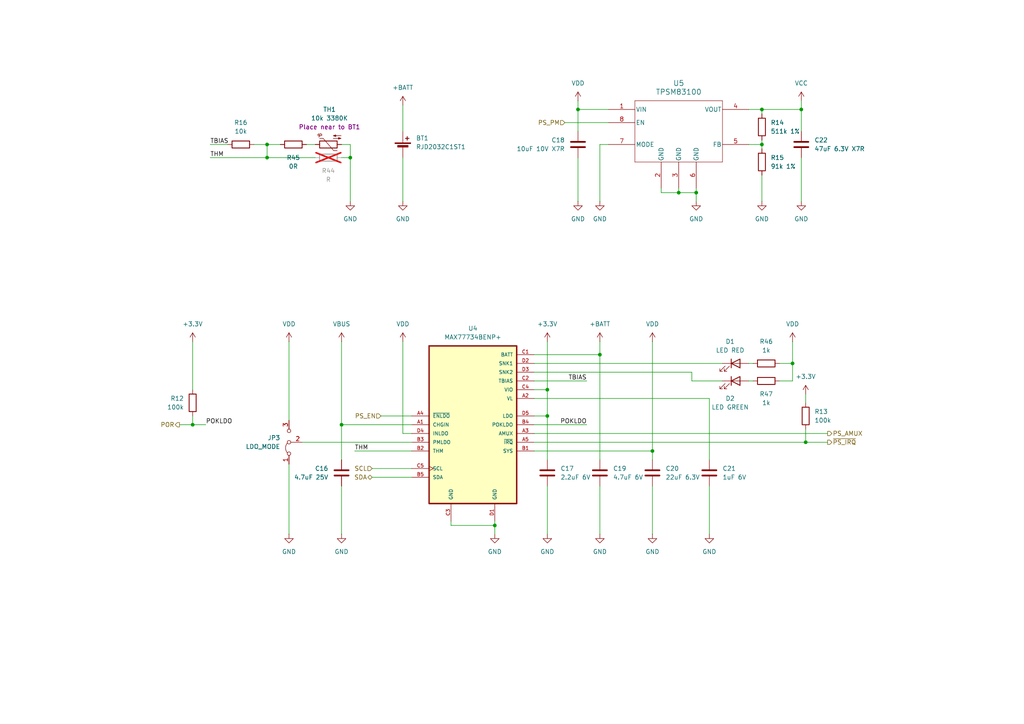
<source format=kicad_sch>
(kicad_sch (version 20231120) (generator "eeschema") (generator_version "8.0")
  (paper "A4")
  (title_block (title "CircuIT Card") (date "2024-05-21") (rev "01") (company "TuX's Design"))
  (lib_symbols
    (symbol "Device:Battery_Cell" (pin_numbers hide) (pin_names (offset 0) hide)
      (property "Reference" "BT" (at 2.54 2.54 0))
      (property "Value" "Battery_Cell" (at 2.54 0 0))
      (symbol "Battery_Cell_0_1"
        (rectangle (start -2.286 1.778) (end 2.286 1.524) (fill (type outline)))
        (rectangle (start -1.524 1.016) (end 1.524 0.508) (fill (type outline)))
        (polyline (pts (xy 0 0.762) (xy 0 0)))
        (polyline (pts (xy 0 1.778) (xy 0 2.54)))
        (polyline (pts (xy 0.762 3.048) (xy 1.778 3.048)) (stroke (width 0.254)))
        (polyline (pts (xy 1.27 3.556) (xy 1.27 2.54)) (stroke (width 0.254)))
      )
      (symbol "Battery_Cell_1_1"
        (pin passive line (at 0 5.08 270) (length 2.54) (name "+") (number "1"))
        (pin passive line (at 0 -2.54 90) (length 2.54) (name "-") (number "2"))
      )
    )
    (symbol "Device:C" (pin_numbers hide) (pin_names (offset 0.254))
      (property "Reference" "C" (at 0.635 2.54 0))
      (property "Value" "C" (at 0.635 -2.54 0))
      (symbol "C_0_1"
        (polyline (pts (xy -2.032 -0.762) (xy 2.032 -0.762)) (stroke (width 0.508)))
        (polyline (pts (xy -2.032 0.762) (xy 2.032 0.762)) (stroke (width 0.508)))
      )
      (symbol "C_1_1"
        (pin passive line (at 0 3.81 270) (length 2.794) (name "~") (number "1"))
        (pin passive line (at 0 -3.81 90) (length 2.794) (name "~") (number "2"))
      )
    )
    (symbol "Device:LED" (pin_numbers hide) (pin_names (offset 1.016) hide)
      (property "Reference" "D" (at 0 2.54 0))
      (property "Value" "LED" (at 0 -2.54 0))
      (symbol "LED_0_1"
        (polyline (pts (xy -1.27 -1.27) (xy -1.27 1.27)) (stroke (width 0.254)))
        (polyline (pts (xy -1.27 0) (xy 1.27 0)))
        (polyline (pts (xy 1.27 -1.27) (xy 1.27 1.27) (xy -1.27 0) (xy 1.27 -1.27)) (stroke (width 0.254)))
        (polyline (pts (xy -3.048 -0.762) (xy -4.572 -2.286) (xy -3.81 -2.286) (xy -4.572 -2.286) (xy -4.572 -1.524)))
        (polyline (pts (xy -1.778 -0.762) (xy -3.302 -2.286) (xy -2.54 -2.286) (xy -3.302 -2.286) (xy -3.302 -1.524)))
      )
      (symbol "LED_1_1"
        (pin passive line (at -3.81 0 0) (length 2.54) (name "K") (number "1"))
        (pin passive line (at 3.81 0 180) (length 2.54) (name "A") (number "2"))
      )
    )
    (symbol "Device:R" (pin_numbers hide) (pin_names (offset 0))
      (property "Reference" "R" (at 2.032 0 90))
      (property "Value" "R" (at 0 0 90))
      (symbol "R_0_1"
        (rectangle (start -1.016 -2.54) (end 1.016 2.54) (stroke (width 0.254)))
      )
      (symbol "R_1_1"
        (pin passive line (at 0 3.81 270) (length 1.27) (name "~") (number "1"))
        (pin passive line (at 0 -3.81 90) (length 1.27) (name "~") (number "2"))
      )
    )
    (symbol "Device:Thermistor_NTC" (pin_numbers hide) (pin_names (offset 0))
      (property "Reference" "TH" (at -4.445 0 90))
      (property "Value" "Thermistor_NTC" (at 3.175 0 90))
      (symbol "Thermistor_NTC_0_1"
        (arc (start -3.048 2.159) (mid -3.0495 2.3143) (end -3.175 2.413))
        (arc (start -3.048 2.159) (mid -2.9736 1.9794) (end -2.794 1.905))
        (arc (start -3.048 2.794) (mid -2.9736 2.6144) (end -2.794 2.54))
        (arc (start -2.794 1.905) (mid -2.6144 1.9794) (end -2.54 2.159))
        (arc (start -2.794 2.54) (mid -2.4393 2.5587) (end -2.159 2.794))
        (arc (start -2.794 3.048) (mid -2.9736 2.9736) (end -3.048 2.794))
        (arc (start -2.54 2.794) (mid -2.6144 2.9736) (end -2.794 3.048))
        (rectangle (start -1.016 2.54) (end 1.016 -2.54) (stroke (width 0.254)))
        (polyline (pts (xy -2.54 2.159) (xy -2.54 2.794)))
        (polyline (pts (xy -1.778 2.54) (xy -1.778 1.524) (xy 1.778 -1.524) (xy 1.778 -2.54)))
        (polyline (pts (xy -2.54 -3.683) (xy -2.54 -1.397) (xy -2.794 -2.159) (xy -2.286 -2.159) (xy -2.54 -1.397) (xy -2.54 -1.651)) (fill (type outline)))
        (polyline (pts (xy -1.778 -1.397) (xy -1.778 -3.683) (xy -2.032 -2.921) (xy -1.524 -2.921) (xy -1.778 -3.683) (xy -1.778 -3.429)) (fill (type outline)))
      )
      (symbol "Thermistor_NTC_1_1"
        (pin passive line (at 0 3.81 270) (length 1.27) (name "~") (number "1"))
        (pin passive line (at 0 -3.81 90) (length 1.27) (name "~") (number "2"))
      )
    )
    (symbol "Jumper:Jumper_3_Bridged12" (pin_names (offset 0) hide) (exclude_from_sim yes) (in_bom no)
      (property "Reference" "JP" (at -2.54 -2.54 0))
      (property "Value" "Jumper_3_Bridged12" (at 0 2.794 0))
      (symbol "Jumper_3_Bridged12_0_0"
        (circle (center -3.302 0) (radius 0.508))
        (circle (center 0 0) (radius 0.508))
        (circle (center 3.302 0) (radius 0.508))
      )
      (symbol "Jumper_3_Bridged12_0_1"
        (arc (start -0.254 0.508) (mid -1.651 0.9912) (end -3.048 0.508))
        (polyline (pts (xy 0 -1.27) (xy 0 -0.508)))
      )
      (symbol "Jumper_3_Bridged12_1_1"
        (pin passive line (at -6.35 0 0) (length 2.54) (name "A") (number "1"))
        (pin passive line (at 0 -3.81 90) (length 2.54) (name "C") (number "2"))
        (pin passive line (at 6.35 0 180) (length 2.54) (name "B") (number "3"))
      )
    )
    (symbol "CredIT-Card:MAX77734BENP_" (pin_names (offset 1.016))
      (property "Reference" "U" (at -12.7 23.86 0))
      (property "Value" "MAX77734BENP+" (at -3.81 23.876 0))
      (symbol "MAX77734BENP__0_0"
        (rectangle (start -12.7 22.86) (end 12.7 -22.86) (stroke (width 0.41)) (fill (type background)))
        (pin input line (at -17.78 0 0) (length 5.08) (name "CHGIN") (number "A1"))
        (pin power_in line (at 17.78 7.62 180) (length 5.08) (name "VL") (number "A2"))
        (pin output line (at 17.78 -2.54 180) (length 5.08) (name "AMUX") (number "A3"))
        (pin input line (at -17.78 2.54 0) (length 5.08) (name "~{ENLDO}") (number "A4"))
        (pin output line (at 17.78 -5.08 180) (length 5.08) (name "~{IRQ}") (number "A5"))
        (pin output line (at 17.78 -7.62 180) (length 5.08) (name "SYS") (number "B1"))
        (pin input line (at -17.78 -7.62 0) (length 5.08) (name "THM") (number "B2"))
        (pin input line (at -17.78 -5.08 0) (length 5.08) (name "PMLDO") (number "B3"))
        (pin output line (at 17.78 0 180) (length 5.08) (name "POKLDO") (number "B4"))
        (pin bidirectional line (at -17.78 -15.24 0) (length 5.08) (name "SDA") (number "B5"))
        (pin power_in line (at 17.78 20.32 180) (length 5.08) (name "BATT") (number "C1"))
        (pin power_in line (at 17.78 12.7 180) (length 5.08) (name "TBIAS") (number "C2"))
        (pin power_in line (at -6.35 -27.94 90) (length 5.08) (name "GND") (number "C3"))
        (pin power_in line (at 17.78 10.16 180) (length 5.08) (name "VIO") (number "C4"))
        (pin input clock (at -17.78 -12.7 0) (length 5.08) (name "SCL") (number "C5"))
        (pin power_in line (at 6.35 -27.94 90) (length 5.08) (name "GND") (number "D1"))
        (pin power_in line (at 17.78 17.78 180) (length 5.08) (name "SNK1") (number "D2"))
        (pin power_in line (at 17.78 15.24 180) (length 5.08) (name "SNK2") (number "D3"))
        (pin input line (at -17.78 -2.54 0) (length 5.08) (name "INLDO") (number "D4"))
        (pin output line (at 17.78 2.54 180) (length 5.08) (name "LDO") (number "D5"))
      )
    )
    (symbol "CredIT-Card:XTPSM83100SIUR" (pin_names (offset 0.254))
      (property "Reference" "U" (at 0 10.16 0))
      (property "Value" "XTPSM83100SIUR" (at 0 7.62 0))
      (symbol "XTPSM83100SIUR_0_1"
        (polyline (pts (xy -12.7 -12.7) (xy 12.7 -12.7)) (stroke (width 0.127)))
        (polyline (pts (xy -12.7 5.08) (xy -12.7 -12.7)) (stroke (width 0.127)))
        (polyline (pts (xy 12.7 -12.7) (xy 12.7 5.08)) (stroke (width 0.127)))
        (polyline (pts (xy 12.7 5.08) (xy -12.7 5.08)) (stroke (width 0.127)))
        (pin power_in line (at -20.32 2.54 0) (length 7.62) (name "VIN") (number "1"))
        (pin power_out line (at -5.08 -20.32 90) (length 7.62) (name "GND") (number "2"))
        (pin power_out line (at 0 -20.32 90) (length 7.62) (name "GND") (number "3"))
        (pin power_in line (at 20.32 2.54 180) (length 7.62) (name "VOUT") (number "4"))
        (pin input line (at 20.32 -7.62 180) (length 7.62) (name "FB") (number "5"))
        (pin power_out line (at 5.08 -20.32 90) (length 7.62) (name "GND") (number "6"))
        (pin input line (at -20.32 -7.62 0) (length 7.62) (name "MODE") (number "7"))
        (pin input line (at -20.32 -1.27 0) (length 7.62) (name "EN") (number "8"))
      )
    )
    (symbol "power:+3.3V" (power) (pin_numbers hide) (pin_names (offset 0) hide)
      (property "Value" "+3.3V" (at 0 3.556 0))
      (symbol "+3.3V_0_1"
        (polyline (pts (xy -0.762 1.27) (xy 0 2.54)))
        (polyline (pts (xy 0 0) (xy 0 2.54)))
        (polyline (pts (xy 0 2.54) (xy 0.762 1.27)))
      )
      (symbol "+3.3V_1_1"
        (pin power_in line (at 0 0 90) (length 0) (name "~") (number "1"))
      )
    )
    (symbol "power:+BATT" (power) (pin_numbers hide) (pin_names (offset 0) hide)
      (property "Value" "+BATT" (at 0 3.556 0))
      (symbol "+BATT_0_1"
        (polyline (pts (xy -0.762 1.27) (xy 0 2.54)))
        (polyline (pts (xy 0 0) (xy 0 2.54)))
        (polyline (pts (xy 0 2.54) (xy 0.762 1.27)))
      )
      (symbol "+BATT_1_1"
        (pin power_in line (at 0 0 90) (length 0) (name "~") (number "1"))
      )
    )
    (symbol "power:GND" (power) (pin_numbers hide) (pin_names (offset 0) hide)
      (property "Value" "GND" (at 0 -3.81 0))
      (symbol "GND_0_1"
        (polyline (pts (xy 0 0) (xy 0 -1.27) (xy 1.27 -1.27) (xy 0 -2.54) (xy -1.27 -1.27) (xy 0 -1.27)))
      )
      (symbol "GND_1_1"
        (pin power_in line (at 0 0 270) (length 0) (name "~") (number "1"))
      )
    )
    (symbol "power:VBUS" (power) (pin_numbers hide) (pin_names (offset 0) hide)
      (property "Value" "VBUS" (at 0 3.556 0))
      (symbol "VBUS_0_1"
        (polyline (pts (xy -0.762 1.27) (xy 0 2.54)))
        (polyline (pts (xy 0 0) (xy 0 2.54)))
        (polyline (pts (xy 0 2.54) (xy 0.762 1.27)))
      )
      (symbol "VBUS_1_1"
        (pin power_in line (at 0 0 90) (length 0) (name "~") (number "1"))
      )
    )
    (symbol "power:VCC" (power) (pin_numbers hide) (pin_names (offset 0) hide)
      (property "Value" "VCC" (at 0 3.556 0))
      (symbol "VCC_0_1"
        (polyline (pts (xy -0.762 1.27) (xy 0 2.54)))
        (polyline (pts (xy 0 0) (xy 0 2.54)))
        (polyline (pts (xy 0 2.54) (xy 0.762 1.27)))
      )
      (symbol "VCC_1_1"
        (pin power_in line (at 0 0 90) (length 0) (name "~") (number "1"))
      )
    )
    (symbol "power:VDD" (power) (pin_numbers hide) (pin_names (offset 0) hide)
      (property "Value" "VDD" (at 0 3.556 0))
      (symbol "VDD_0_1"
        (polyline (pts (xy -0.762 1.27) (xy 0 2.54)))
        (polyline (pts (xy 0 0) (xy 0 2.54)))
        (polyline (pts (xy 0 2.54) (xy 0.762 1.27)))
      )
      (symbol "VDD_1_1"
        (pin power_in line (at 0 0 90) (length 0) (name "~") (number "1"))
      )
    )
  )
  (junction (at 201.93 55.88))
  (junction (at 220.98 41.91))
  (junction (at 77.47 41.91))
  (junction (at 55.88 123.19))
  (junction (at 99.06 123.19))
  (junction (at 143.51 152.4))
  (junction (at 158.75 120.65))
  (junction (at 220.98 31.75))
  (junction (at 189.23 130.81))
  (junction (at 173.99 102.87))
  (junction (at 232.41 31.75))
  (junction (at 233.68 128.27))
  (junction (at 196.85 55.88))
  (junction (at 77.47 45.72))
  (junction (at 158.75 113.03))
  (junction (at 167.64 31.75))
  (junction (at 101.6 45.72))
  (junction (at 229.87 105.41))
  (wire (pts (xy 154.94 110.49) (xy 170.18 110.49)))
  (wire (pts (xy 143.51 152.4) (xy 143.51 154.94)))
  (wire (pts (xy 220.98 50.8) (xy 220.98 58.42)))
  (wire (pts (xy 229.87 110.49) (xy 226.06 110.49)))
  (wire (pts (xy 143.51 151.13) (xy 143.51 152.4)))
  (wire (pts (xy 201.93 54.61) (xy 201.93 55.88)))
  (wire (pts (xy 201.93 55.88) (xy 201.93 58.42)))
  (wire (pts (xy 163.83 35.56) (xy 176.53 35.56)))
  (wire (pts (xy 130.81 152.4) (xy 143.51 152.4)))
  (wire (pts (xy 116.84 125.73) (xy 119.38 125.73)))
  (wire (pts (xy 59.69 123.19) (xy 55.88 123.19)))
  (wire (pts (xy 189.23 130.81) (xy 189.23 133.35)))
  (wire (pts (xy 154.94 115.57) (xy 205.74 115.57)))
  (wire (pts (xy 158.75 140.97) (xy 158.75 154.94)))
  (wire (pts (xy 154.94 130.81) (xy 189.23 130.81)))
  (wire (pts (xy 167.64 31.75) (xy 167.64 29.21)))
  (wire (pts (xy 99.06 99.06) (xy 99.06 123.19)))
  (wire (pts (xy 77.47 45.72) (xy 91.44 45.72)))
  (wire (pts (xy 217.17 41.91) (xy 220.98 41.91)))
  (wire (pts (xy 232.41 29.21) (xy 232.41 31.75)))
  (wire (pts (xy 91.44 41.91) (xy 88.9 41.91)))
  (wire (pts (xy 173.99 41.91) (xy 173.99 58.42)))
  (wire (pts (xy 233.68 114.3) (xy 233.68 116.84)))
  (wire (pts (xy 55.88 123.19) (xy 55.88 120.65)))
  (wire (pts (xy 176.53 41.91) (xy 173.99 41.91)))
  (wire (pts (xy 189.23 99.06) (xy 189.23 130.81)))
  (wire (pts (xy 107.95 135.89) (xy 119.38 135.89)))
  (wire (pts (xy 99.06 154.94) (xy 99.06 140.97)))
  (wire (pts (xy 154.94 125.73) (xy 240.03 125.73)))
  (wire (pts (xy 232.41 31.75) (xy 232.41 38.1)))
  (wire (pts (xy 77.47 41.91) (xy 77.47 45.72)))
  (wire (pts (xy 232.41 45.72) (xy 232.41 58.42)))
  (wire (pts (xy 130.81 151.13) (xy 130.81 152.4)))
  (wire (pts (xy 55.88 123.19) (xy 52.07 123.19)))
  (wire (pts (xy 217.17 105.41) (xy 218.44 105.41)))
  (wire (pts (xy 205.74 115.57) (xy 205.74 133.35)))
  (wire (pts (xy 226.06 105.41) (xy 229.87 105.41)))
  (wire (pts (xy 81.28 41.91) (xy 77.47 41.91)))
  (wire (pts (xy 196.85 55.88) (xy 196.85 54.61)))
  (wire (pts (xy 83.82 99.06) (xy 83.82 121.92)))
  (wire (pts (xy 200.66 110.49) (xy 209.55 110.49)))
  (wire (pts (xy 191.77 54.61) (xy 191.77 55.88)))
  (wire (pts (xy 158.75 99.06) (xy 158.75 113.03)))
  (wire (pts (xy 229.87 99.06) (xy 229.87 105.41)))
  (wire (pts (xy 116.84 30.48) (xy 116.84 38.1)))
  (wire (pts (xy 154.94 102.87) (xy 173.99 102.87)))
  (wire (pts (xy 83.82 134.62) (xy 83.82 154.94)))
  (wire (pts (xy 167.64 31.75) (xy 176.53 31.75)))
  (wire (pts (xy 99.06 123.19) (xy 119.38 123.19)))
  (wire (pts (xy 154.94 123.19) (xy 170.18 123.19)))
  (wire (pts (xy 158.75 120.65) (xy 154.94 120.65)))
  (wire (pts (xy 154.94 113.03) (xy 158.75 113.03)))
  (wire (pts (xy 191.77 55.88) (xy 196.85 55.88)))
  (wire (pts (xy 116.84 99.06) (xy 116.84 125.73)))
  (wire (pts (xy 158.75 120.65) (xy 158.75 133.35)))
  (wire (pts (xy 158.75 113.03) (xy 158.75 120.65)))
  (wire (pts (xy 200.66 110.49) (xy 200.66 107.95)))
  (wire (pts (xy 101.6 58.42) (xy 101.6 45.72)))
  (wire (pts (xy 154.94 107.95) (xy 200.66 107.95)))
  (wire (pts (xy 102.87 130.81) (xy 119.38 130.81)))
  (wire (pts (xy 154.94 128.27) (xy 233.68 128.27)))
  (wire (pts (xy 233.68 124.46) (xy 233.68 128.27)))
  (wire (pts (xy 217.17 31.75) (xy 220.98 31.75)))
  (wire (pts (xy 201.93 55.88) (xy 196.85 55.88)))
  (wire (pts (xy 110.49 120.65) (xy 119.38 120.65)))
  (wire (pts (xy 77.47 41.91) (xy 73.66 41.91)))
  (wire (pts (xy 232.41 31.75) (xy 220.98 31.75)))
  (wire (pts (xy 233.68 128.27) (xy 240.03 128.27)))
  (wire (pts (xy 229.87 105.41) (xy 229.87 110.49)))
  (wire (pts (xy 218.44 110.49) (xy 217.17 110.49)))
  (wire (pts (xy 60.96 45.72) (xy 77.47 45.72)))
  (wire (pts (xy 107.95 138.43) (xy 119.38 138.43)))
  (wire (pts (xy 154.94 105.41) (xy 209.55 105.41)))
  (wire (pts (xy 220.98 41.91) (xy 220.98 43.18)))
  (wire (pts (xy 173.99 133.35) (xy 173.99 102.87)))
  (wire (pts (xy 119.38 128.27) (xy 87.63 128.27)))
  (wire (pts (xy 167.64 45.72) (xy 167.64 58.42)))
  (wire (pts (xy 99.06 45.72) (xy 101.6 45.72)))
  (wire (pts (xy 99.06 123.19) (xy 99.06 133.35)))
  (wire (pts (xy 189.23 140.97) (xy 189.23 154.94)))
  (wire (pts (xy 173.99 99.06) (xy 173.99 102.87)))
  (wire (pts (xy 116.84 58.42) (xy 116.84 45.72)))
  (wire (pts (xy 173.99 154.94) (xy 173.99 140.97)))
  (wire (pts (xy 101.6 41.91) (xy 99.06 41.91)))
  (wire (pts (xy 55.88 99.06) (xy 55.88 113.03)))
  (wire (pts (xy 167.64 31.75) (xy 167.64 38.1)))
  (wire (pts (xy 220.98 31.75) (xy 220.98 33.02)))
  (wire (pts (xy 101.6 45.72) (xy 101.6 41.91)))
  (wire (pts (xy 220.98 41.91) (xy 220.98 40.64)))
  (wire (pts (xy 66.04 41.91) (xy 60.96 41.91)))
  (wire (pts (xy 205.74 154.94) (xy 205.74 140.97)))
  (label "THM" (at 60.96 45.72 0))
  (label "POKLDO" (at 170.18 123.19 180))
  (label "TBIAS" (at 170.18 110.49 180))
  (label "POKLDO" (at 59.69 123.19 0))
  (label "THM" (at 102.87 130.81 0))
  (label "TBIAS" (at 60.96 41.91 0))
  (hierarchical_label "SDA" (shape bidirectional) (at 107.95 138.43 180))
  (hierarchical_label "POR" (shape output) (at 52.07 123.19 180))
  (hierarchical_label "SCL" (shape input) (at 107.95 135.89 180))
  (hierarchical_label "PS_PM" (shape input) (at 163.83 35.56 180))
  (hierarchical_label "PS_EN" (shape input) (at 110.49 120.65 180))
  (hierarchical_label "PS_AMUX" (shape output) (at 240.03 125.73 0))
  (hierarchical_label "~{PS_IRQ}" (shape output) (at 240.03 128.27 0))
  (symbol (lib_id "CredIT-Card:MAX77734BENP_") (at 137.16 123.19 0) (unit 1)
    (property "Reference" "U4" (at 137.16 95.25 0))
    (property "Value" "MAX77734BENP+" (at 137.16 97.79 0))
    (property "Footprint" "CredIT-Card:BGA20N40P4X5_196X222X50N" (effects (hide yes)))
    (property "MPN" "MAX77734BENP+" (effects (hide yes)))
    (property "Manufacturer" "AD" (effects (hide yes)))
  )
  (symbol (lib_id "power:VDD") (at 189.23 99.06 0) (unit 1)
    (property "Reference" "#PWR057" (effects (hide yes)))
    (property "Value" "VDD" (at 189.23 93.98 0))
    (property "Description" "Power symbol creates a global label with name \"VDD\"" (effects (hide yes)))
  )
  (symbol (lib_id "power:VBUS") (at 99.06 99.06 0) (unit 1)
    (property "Reference" "#PWR043" (effects (hide yes)))
    (property "Value" "VBUS" (at 99.06 93.98 0))
    (property "Description" "Power symbol creates a global label with name \"VBUS\"" (effects (hide yes)))
  )
  (symbol (lib_id "power:+3.3V") (at 55.88 99.06 0) (mirror y) (unit 1)
    (property "Reference" "#PWR0163" (effects (hide yes)))
    (property "Value" "+3.3V" (at 55.88 93.98 0))
    (property "Description" "Power symbol creates a global label with name \"+3.3V\"" (effects (hide yes)))
  )
  (symbol (lib_id "power:VDD") (at 83.82 99.06 0) (unit 1)
    (property "Reference" "#PWR0164" (effects (hide yes)))
    (property "Value" "VDD" (at 83.82 93.98 0))
    (property "Description" "Power symbol creates a global label with name \"VDD\"" (effects (hide yes)))
  )
  (symbol (lib_id "power:GND") (at 101.6 58.42 0) (mirror y) (unit 1)
    (property "Reference" "#PWR063" (effects (hide yes)))
    (property "Value" "GND" (at 101.6 63.5 0))
    (property "Description" "Power symbol creates a global label with name \"GND\" , ground" (effects (hide yes)))
  )
  (symbol (lib_id "power:+3.3V") (at 233.68 114.3 0) (unit 1)
    (property "Reference" "#PWR0165" (effects (hide yes)))
    (property "Value" "+3.3V" (at 233.68 109.22 0))
    (property "Description" "Power symbol creates a global label with name \"+3.3V\"" (effects (hide yes)))
  )
  (symbol (lib_id "power:+BATT") (at 116.84 30.48 0) (unit 1)
    (property "Reference" "#PWR045" (effects (hide yes)))
    (property "Value" "+BATT" (at 116.84 25.4 0))
    (property "Description" "Power symbol creates a global label with name \"+BATT\"" (effects (hide yes)))
  )
  (symbol (lib_id "power:GND") (at 99.06 154.94 0) (unit 1)
    (property "Reference" "#PWR044" (effects (hide yes)))
    (property "Value" "GND" (at 99.06 160.02 0))
    (property "Description" "Power symbol creates a global label with name \"GND\" , ground" (effects (hide yes)))
  )
  (symbol (lib_id "Device:Battery_Cell") (at 116.84 43.18 0) (unit 1)
    (property "Reference" "BT1" (at 120.65 40.0684 0) (effects (justify left)))
    (property "Value" "RJD2032C1ST1 " (at 120.65 42.6084 0) (effects (justify left)))
    (property "Footprint" "CredIT-Card:RJD2032C1ST1 " (effects (hide yes)))
    (property "Description" "Single-cell battery" (effects (hide yes)))
    (property "MPN" "RJD2032C1ST1 " (effects (hide yes)))
    (property "Manufacturer" "RJD" (effects (hide yes)))
  )
  (symbol (lib_id "power:VDD") (at 167.64 29.21 0) (unit 1)
    (property "Reference" "#PWR052" (effects (hide yes)))
    (property "Value" "VDD" (at 167.64 24.13 0))
    (property "Description" "Power symbol creates a global label with name \"VDD\"" (effects (hide yes)))
  )
  (symbol (lib_id "Device:C") (at 189.23 137.16 0) (unit 1)
    (property "Reference" "C20" (at 193.04 135.8899 0) (effects (justify left)))
    (property "Value" "22uF 6.3V" (at 193.04 138.4299 0) (effects (justify left)))
    (property "Footprint" "Capacitor_SMD:C_0603_1608Metric" (effects (hide yes)))
    (property "Description" "Unpolarized capacitor" (effects (hide yes)))
  )
  (symbol (lib_id "power:GND") (at 116.84 58.42 0) (unit 1)
    (property "Reference" "#PWR046" (effects (hide yes)))
    (property "Value" "GND" (at 116.84 63.5 0))
    (property "Description" "Power symbol creates a global label with name \"GND\" , ground" (effects (hide yes)))
  )
  (symbol (lib_id "power:GND") (at 201.93 58.42 0) (mirror y) (unit 1)
    (property "Reference" "#PWR060" (effects (hide yes)))
    (property "Value" "GND" (at 201.93 63.5 0))
    (property "Description" "Power symbol creates a global label with name \"GND\" , ground" (effects (hide yes)))
  )
  (symbol (lib_id "power:GND") (at 232.41 58.42 0) (mirror y) (unit 1)
    (property "Reference" "#PWR065" (effects (hide yes)))
    (property "Value" "GND" (at 232.41 63.5 0))
    (property "Description" "Power symbol creates a global label with name \"GND\" , ground" (effects (hide yes)))
  )
  (symbol (lib_id "power:VDD") (at 229.87 99.06 0) (unit 1)
    (property "Reference" "#PWR061" (effects (hide yes)))
    (property "Value" "VDD" (at 229.87 93.98 0))
    (property "Description" "Power symbol creates a global label with name \"VDD\"" (effects (hide yes)))
  )
  (symbol (lib_id "power:GND") (at 143.51 154.94 0) (unit 1)
    (property "Reference" "#PWR049" (effects (hide yes)))
    (property "Value" "GND" (at 143.51 160.02 0))
    (property "Description" "Power symbol creates a global label with name \"GND\" , ground" (effects (hide yes)))
  )
  (symbol (lib_id "Device:R") (at 55.88 116.84 0) (mirror y) (unit 1)
    (property "Reference" "R12" (at 53.34 115.5699 0) (effects (justify left)))
    (property "Value" "100k" (at 53.34 118.1099 0) (effects (justify left)))
    (property "Footprint" "Resistor_SMD:R_0603_1608Metric" (effects (hide yes)))
    (property "Description" "Resistor" (effects (hide yes)))
  )
  (symbol (lib_id "Device:R") (at 222.25 105.41 90) (unit 1)
    (property "Reference" "R46" (at 222.25 99.06 90))
    (property "Value" "1k" (at 222.25 101.6 90))
    (property "Footprint" "Resistor_SMD:R_0603_1608Metric" (effects (hide yes)))
    (property "Description" "Resistor" (effects (hide yes)))
  )
  (symbol (lib_id "power:+BATT") (at 173.99 99.06 0) (unit 1)
    (property "Reference" "#PWR054" (effects (hide yes)))
    (property "Value" "+BATT" (at 173.99 93.98 0))
    (property "Description" "Power symbol creates a global label with name \"+BATT\"" (effects (hide yes)))
  )
  (symbol (lib_id "power:+3.3V") (at 158.75 99.06 0) (unit 1)
    (property "Reference" "#PWR050" (effects (hide yes)))
    (property "Value" "+3.3V" (at 158.75 93.98 0))
    (property "Description" "Power symbol creates a global label with name \"+3.3V\"" (effects (hide yes)))
  )
  (symbol (lib_id "Device:LED") (at 213.36 105.41 0) (unit 1)
    (property "Reference" "D1" (at 211.7725 99.06 0))
    (property "Value" "LED RED" (at 211.7725 101.6 0))
    (property "Footprint" "LED_SMD:LED_0603_1608Metric" (effects (hide yes)))
    (property "Description" "Light emitting diode" (effects (hide yes)))
    (property "MPN" "FR1101C-2005-M-TR" (effects (hide yes)))
    (property "Manufacturer" "Stanley Electric" (effects (hide yes)))
  )
  (symbol (lib_id "power:GND") (at 189.23 154.94 0) (unit 1)
    (property "Reference" "#PWR058" (effects (hide yes)))
    (property "Value" "GND" (at 189.23 160.02 0))
    (property "Description" "Power symbol creates a global label with name \"GND\" , ground" (effects (hide yes)))
  )
  (symbol (lib_id "power:GND") (at 167.64 58.42 0) (mirror y) (unit 1)
    (property "Reference" "#PWR053" (effects (hide yes)))
    (property "Value" "GND" (at 167.64 63.5 0))
    (property "Description" "Power symbol creates a global label with name \"GND\" , ground" (effects (hide yes)))
  )
  (symbol (lib_id "Device:R") (at 233.68 120.65 0) (unit 1)
    (property "Reference" "R13" (at 236.22 119.3799 0) (effects (justify left)))
    (property "Value" "100k" (at 236.22 121.9199 0) (effects (justify left)))
    (property "Footprint" "Resistor_SMD:R_0603_1608Metric" (effects (hide yes)))
    (property "Description" "Resistor" (effects (hide yes)))
  )
  (symbol (lib_id "Device:C") (at 173.99 137.16 0) (unit 1)
    (property "Reference" "C19" (at 177.8 135.8899 0) (effects (justify left)))
    (property "Value" "4.7uF 6V" (at 177.8 138.4299 0) (effects (justify left)))
    (property "Footprint" "Capacitor_SMD:C_0402_1005Metric" (effects (hide yes)))
    (property "Description" "Unpolarized capacitor" (effects (hide yes)))
  )
  (symbol (lib_id "power:GND") (at 173.99 58.42 0) (mirror y) (unit 1)
    (property "Reference" "#PWR056" (effects (hide yes)))
    (property "Value" "GND" (at 173.99 63.5 0))
    (property "Description" "Power symbol creates a global label with name \"GND\" , ground" (effects (hide yes)))
  )
  (symbol (lib_id "Device:C") (at 232.41 41.91 0) (unit 1)
    (property "Reference" "C22" (at 236.22 40.6399 0) (effects (justify left)))
    (property "Value" "47uF 6.3V X7R" (at 236.22 43.1799 0) (effects (justify left)))
    (property "Footprint" "Capacitor_SMD:C_0805_2012Metric" (effects (hide yes)))
    (property "Description" "Unpolarized capacitor" (effects (hide yes)))
    (property "MPN" "GRM219R60J476ME44" (effects (hide yes)))
    (property "Manufacturer" "Murata" (effects (hide yes)))
  )
  (symbol (lib_id "power:VDD") (at 116.84 99.06 0) (unit 1)
    (property "Reference" "#PWR047" (effects (hide yes)))
    (property "Value" "VDD" (at 116.84 93.98 0))
    (property "Description" "Power symbol creates a global label with name \"VDD\"" (effects (hide yes)))
  )
  (symbol (lib_id "Device:R") (at 220.98 36.83 0) (unit 1)
    (property "Reference" "R14" (at 223.52 35.5599 0) (effects (justify left)))
    (property "Value" "511k 1%" (at 223.52 38.0999 0) (effects (justify left)))
    (property "Footprint" "Resistor_SMD:R_0603_1608Metric" (effects (hide yes)))
    (property "Description" "Resistor" (effects (hide yes)))
  )
  (symbol (lib_id "Device:Thermistor_NTC") (at 95.25 41.91 90) (mirror x) (unit 1)
    (property "Reference" "TH1" (at 95.5675 31.75 90))
    (property "Value" "10k 3380K" (at 95.5675 34.29 90))
    (property "Footprint" "Resistor_SMD:R_0402_1005Metric" (effects (hide yes)))
    (property "Description" "Temperature dependent resistor, negative temperature coefficient" (effects (hide yes)))
    (property "Note" "Place near to BT1" (at 95.5675 36.83 90))
    (property "MPN" "NCP15XH103F03RC" (effects (hide yes)))
    (property "Manufacturer" "Murata" (effects (hide yes)))
  )
  (symbol (lib_id "power:GND") (at 220.98 58.42 0) (mirror y) (unit 1)
    (property "Reference" "#PWR062" (effects (hide yes)))
    (property "Value" "GND" (at 220.98 63.5 0))
    (property "Description" "Power symbol creates a global label with name \"GND\" , ground" (effects (hide yes)))
  )
  (symbol (lib_id "power:GND") (at 83.82 154.94 0) (unit 1)
    (property "Reference" "#PWR042" (effects (hide yes)))
    (property "Value" "GND" (at 83.82 160.02 0))
    (property "Description" "Power symbol creates a global label with name \"GND\" , ground" (effects (hide yes)))
  )
  (symbol (lib_id "Device:R") (at 95.25 45.72 270) (mirror x) (unit 1) (dnp yes)
    (property "Reference" "R44" (at 95.25 49.53 90))
    (property "Value" "R" (at 95.25 52.07 90))
    (property "Footprint" "Resistor_SMD:R_0603_1608Metric" (effects (hide yes)))
    (property "Description" "Resistor" (effects (hide yes)))
  )
  (symbol (lib_id "Device:R") (at 220.98 46.99 0) (unit 1)
    (property "Reference" "R15" (at 223.52 45.7199 0) (effects (justify left)))
    (property "Value" "91k 1%" (at 223.52 48.2599 0) (effects (justify left)))
    (property "Footprint" "Resistor_SMD:R_0603_1608Metric" (effects (hide yes)))
    (property "Description" "Resistor" (effects (hide yes)))
  )
  (symbol (lib_id "Device:C") (at 158.75 137.16 180) (unit 1)
    (property "Reference" "C17" (at 162.56 135.8899 0) (effects (justify right)))
    (property "Value" "2.2uF 6V" (at 162.56 138.4299 0) (effects (justify right)))
    (property "Footprint" "Capacitor_SMD:C_0402_1005Metric" (effects (hide yes)))
    (property "Description" "Unpolarized capacitor" (effects (hide yes)))
  )
  (symbol (lib_id "power:GND") (at 158.75 154.94 0) (unit 1)
    (property "Reference" "#PWR051" (effects (hide yes)))
    (property "Value" "GND" (at 158.75 160.02 0))
    (property "Description" "Power symbol creates a global label with name \"GND\" , ground" (effects (hide yes)))
  )
  (symbol (lib_id "Device:LED") (at 213.36 110.49 0) (unit 1)
    (property "Reference" "D2" (at 211.7725 115.57 0))
    (property "Value" "LED GREEN" (at 211.7725 118.11 0))
    (property "Footprint" "LED_SMD:LED_0603_1608Metric" (effects (hide yes)))
    (property "Description" "Light emitting diode" (effects (hide yes)))
    (property "MPN" "THG1111C-0005-TR" (effects (hide yes)))
    (property "Manufacturer" "Stanley Electric" (effects (hide yes)))
  )
  (symbol (lib_id "power:GND") (at 205.74 154.94 0) (unit 1)
    (property "Reference" "#PWR059" (effects (hide yes)))
    (property "Value" "GND" (at 205.74 160.02 0))
    (property "Description" "Power symbol creates a global label with name \"GND\" , ground" (effects (hide yes)))
  )
  (symbol (lib_id "Device:R") (at 69.85 41.91 270) (mirror x) (unit 1)
    (property "Reference" "R16" (at 69.85 35.56 90))
    (property "Value" "10k" (at 69.85 38.1 90))
    (property "Footprint" "Resistor_SMD:R_0603_1608Metric" (effects (hide yes)))
    (property "Description" "Resistor" (effects (hide yes)))
  )
  (symbol (lib_id "CredIT-Card:XTPSM83100SIUR") (at 196.85 34.29 0) (unit 1)
    (property "Reference" "U5" (at 196.85 24.13 0) (effects (font (size 1.524 1.524))))
    (property "Value" "TPSM83100" (at 196.85 26.67 0) (effects (font (size 1.524 1.524))))
    (property "Footprint" "MICROSIP8_SIU_TEX" (effects (hide yes)))
    (property "Datasheet" "XTPSM83100SIUR" (effects (hide yes)))
    (property "MPN" "TPSM83100SIUR" (effects (hide yes)))
    (property "Manufacturer" "TI" (effects (hide yes)))
  )
  (symbol (lib_id "Jumper:Jumper_3_Bridged12") (at 83.82 128.27 90) (unit 1) (exclude_from_sim yes) (in_bom no)
    (property "Reference" "JP3" (at 81.28 126.9999 90) (effects (justify left)))
    (property "Value" "LDO_MODE" (at 81.28 129.5399 90) (effects (justify left)))
    (property "Footprint" "Jumper:SolderJumper-3_P1.3mm_Bridged2Bar12_RoundedPad1.0x1.5mm" (effects (hide yes)))
    (property "Description" "Jumper, 3-pole, pins 1+2 closed/bridged" (effects (hide yes)))
  )
  (symbol (lib_id "Device:C") (at 167.64 41.91 0) (unit 1)
    (property "Reference" "C18" (at 163.83 40.6399 0) (effects (justify right)))
    (property "Value" "10uF 10V X7R" (at 163.83 43.1799 0) (effects (justify right)))
    (property "Footprint" "Capacitor_SMD:C_0603_1608Metric" (effects (hide yes)))
    (property "Description" "Unpolarized capacitor" (effects (hide yes)))
    (property "MPN" "GRM188R61A106ME69" (effects (hide yes)))
    (property "Manufacturer" "Murata" (effects (hide yes)))
  )
  (symbol (lib_id "power:VCC") (at 232.41 29.21 0) (unit 1)
    (property "Reference" "#PWR064" (effects (hide yes)))
    (property "Value" "VCC" (at 232.41 24.13 0))
    (property "Description" "Power symbol creates a global label with name \"VCC\"" (effects (hide yes)))
  )
  (symbol (lib_id "Device:C") (at 99.06 137.16 0) (unit 1)
    (property "Reference" "C16" (at 95.25 135.8899 0) (effects (justify right)))
    (property "Value" "4.7uF 25V" (at 95.25 138.4299 0) (effects (justify right)))
    (property "Footprint" "Capacitor_SMD:C_0402_1005Metric" (effects (hide yes)))
    (property "Description" "Unpolarized capacitor" (effects (hide yes)))
  )
  (symbol (lib_id "Device:C") (at 205.74 137.16 0) (unit 1)
    (property "Reference" "C21" (at 209.55 135.8899 0) (effects (justify left)))
    (property "Value" "1uF 6V" (at 209.55 138.4299 0) (effects (justify left)))
    (property "Footprint" "Capacitor_SMD:C_0402_1005Metric" (effects (hide yes)))
    (property "Description" "Unpolarized capacitor" (effects (hide yes)))
  )
  (symbol (lib_id "Device:R") (at 222.25 110.49 90) (unit 1)
    (property "Reference" "R47" (at 222.25 114.3 90))
    (property "Value" "1k" (at 222.25 116.84 90))
    (property "Footprint" "Resistor_SMD:R_0603_1608Metric" (effects (hide yes)))
    (property "Description" "Resistor" (effects (hide yes)))
  )
  (symbol (lib_id "power:GND") (at 173.99 154.94 0) (unit 1)
    (property "Reference" "#PWR055" (effects (hide yes)))
    (property "Value" "GND" (at 173.99 160.02 0))
    (property "Description" "Power symbol creates a global label with name \"GND\" , ground" (effects (hide yes)))
  )
  (symbol (lib_id "Device:R") (at 85.09 41.91 270) (mirror x) (unit 1)
    (property "Reference" "R45" (at 85.09 45.72 90))
    (property "Value" "0R" (at 85.09 48.26 90))
    (property "Footprint" "Resistor_SMD:R_0603_1608Metric" (effects (hide yes)))
    (property "Description" "Resistor" (effects (hide yes)))
  )
)
</source>
